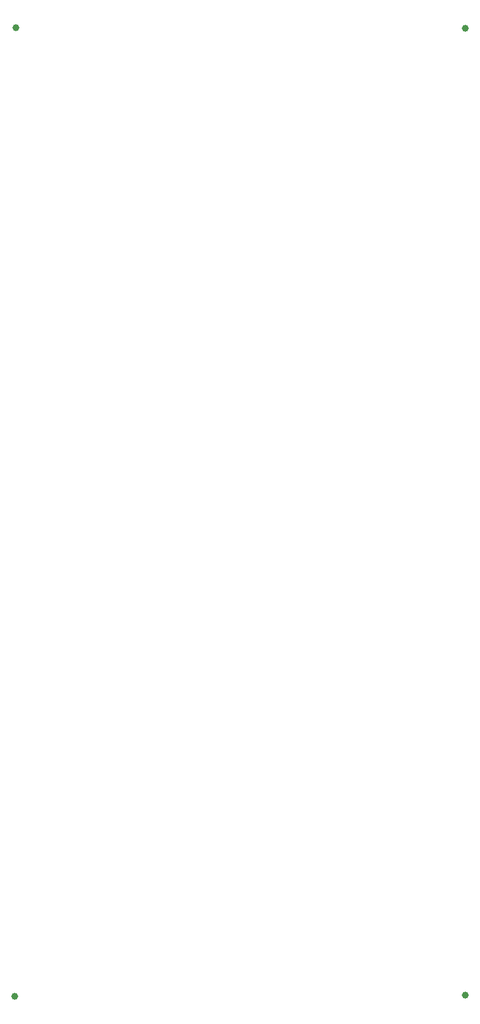
<source format=gbp>
G04*
G04 #@! TF.GenerationSoftware,Altium Limited,Altium Designer,18.1.11 (251)*
G04*
G04 Layer_Color=128*
%FSTAX24Y24*%
%MOIN*%
G70*
G01*
G75*
%ADD33C,0.0394*%
D33*
X1175Y06705D02*
D03*
X092Y067D02*
D03*
X09205Y1218D02*
D03*
X1175Y12175D02*
D03*
M02*

</source>
